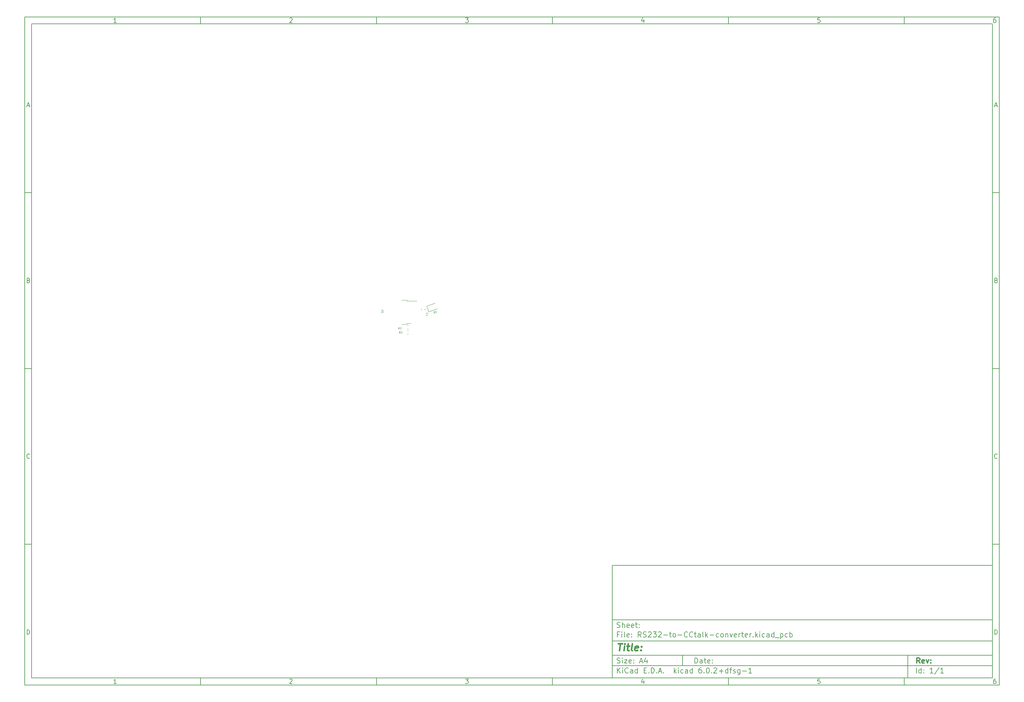
<source format=gbr>
%TF.GenerationSoftware,KiCad,Pcbnew,6.0.2+dfsg-1*%
%TF.CreationDate,2025-02-24T10:06:26+01:00*%
%TF.ProjectId,RS232-to-CCtalk-converter,52533233-322d-4746-9f2d-434374616c6b,rev?*%
%TF.SameCoordinates,Original*%
%TF.FileFunction,Legend,Bot*%
%TF.FilePolarity,Positive*%
%FSLAX46Y46*%
G04 Gerber Fmt 4.6, Leading zero omitted, Abs format (unit mm)*
G04 Created by KiCad (PCBNEW 6.0.2+dfsg-1) date 2025-02-24 10:06:26*
%MOMM*%
%LPD*%
G01*
G04 APERTURE LIST*
%ADD10C,0.100000*%
%ADD11C,0.150000*%
%ADD12C,0.300000*%
%ADD13C,0.400000*%
%ADD14C,0.125000*%
%ADD15C,0.120000*%
G04 APERTURE END LIST*
D10*
D11*
X177002200Y-166007200D02*
X177002200Y-198007200D01*
X285002200Y-198007200D01*
X285002200Y-166007200D01*
X177002200Y-166007200D01*
D10*
D11*
X10000000Y-10000000D02*
X10000000Y-200007200D01*
X287002200Y-200007200D01*
X287002200Y-10000000D01*
X10000000Y-10000000D01*
D10*
D11*
X12000000Y-12000000D02*
X12000000Y-198007200D01*
X285002200Y-198007200D01*
X285002200Y-12000000D01*
X12000000Y-12000000D01*
D10*
D11*
X60000000Y-12000000D02*
X60000000Y-10000000D01*
D10*
D11*
X110000000Y-12000000D02*
X110000000Y-10000000D01*
D10*
D11*
X160000000Y-12000000D02*
X160000000Y-10000000D01*
D10*
D11*
X210000000Y-12000000D02*
X210000000Y-10000000D01*
D10*
D11*
X260000000Y-12000000D02*
X260000000Y-10000000D01*
D10*
D11*
X36065476Y-11588095D02*
X35322619Y-11588095D01*
X35694047Y-11588095D02*
X35694047Y-10288095D01*
X35570238Y-10473809D01*
X35446428Y-10597619D01*
X35322619Y-10659523D01*
D10*
D11*
X85322619Y-10411904D02*
X85384523Y-10350000D01*
X85508333Y-10288095D01*
X85817857Y-10288095D01*
X85941666Y-10350000D01*
X86003571Y-10411904D01*
X86065476Y-10535714D01*
X86065476Y-10659523D01*
X86003571Y-10845238D01*
X85260714Y-11588095D01*
X86065476Y-11588095D01*
D10*
D11*
X135260714Y-10288095D02*
X136065476Y-10288095D01*
X135632142Y-10783333D01*
X135817857Y-10783333D01*
X135941666Y-10845238D01*
X136003571Y-10907142D01*
X136065476Y-11030952D01*
X136065476Y-11340476D01*
X136003571Y-11464285D01*
X135941666Y-11526190D01*
X135817857Y-11588095D01*
X135446428Y-11588095D01*
X135322619Y-11526190D01*
X135260714Y-11464285D01*
D10*
D11*
X185941666Y-10721428D02*
X185941666Y-11588095D01*
X185632142Y-10226190D02*
X185322619Y-11154761D01*
X186127380Y-11154761D01*
D10*
D11*
X236003571Y-10288095D02*
X235384523Y-10288095D01*
X235322619Y-10907142D01*
X235384523Y-10845238D01*
X235508333Y-10783333D01*
X235817857Y-10783333D01*
X235941666Y-10845238D01*
X236003571Y-10907142D01*
X236065476Y-11030952D01*
X236065476Y-11340476D01*
X236003571Y-11464285D01*
X235941666Y-11526190D01*
X235817857Y-11588095D01*
X235508333Y-11588095D01*
X235384523Y-11526190D01*
X235322619Y-11464285D01*
D10*
D11*
X285941666Y-10288095D02*
X285694047Y-10288095D01*
X285570238Y-10350000D01*
X285508333Y-10411904D01*
X285384523Y-10597619D01*
X285322619Y-10845238D01*
X285322619Y-11340476D01*
X285384523Y-11464285D01*
X285446428Y-11526190D01*
X285570238Y-11588095D01*
X285817857Y-11588095D01*
X285941666Y-11526190D01*
X286003571Y-11464285D01*
X286065476Y-11340476D01*
X286065476Y-11030952D01*
X286003571Y-10907142D01*
X285941666Y-10845238D01*
X285817857Y-10783333D01*
X285570238Y-10783333D01*
X285446428Y-10845238D01*
X285384523Y-10907142D01*
X285322619Y-11030952D01*
D10*
D11*
X60000000Y-198007200D02*
X60000000Y-200007200D01*
D10*
D11*
X110000000Y-198007200D02*
X110000000Y-200007200D01*
D10*
D11*
X160000000Y-198007200D02*
X160000000Y-200007200D01*
D10*
D11*
X210000000Y-198007200D02*
X210000000Y-200007200D01*
D10*
D11*
X260000000Y-198007200D02*
X260000000Y-200007200D01*
D10*
D11*
X36065476Y-199595295D02*
X35322619Y-199595295D01*
X35694047Y-199595295D02*
X35694047Y-198295295D01*
X35570238Y-198481009D01*
X35446428Y-198604819D01*
X35322619Y-198666723D01*
D10*
D11*
X85322619Y-198419104D02*
X85384523Y-198357200D01*
X85508333Y-198295295D01*
X85817857Y-198295295D01*
X85941666Y-198357200D01*
X86003571Y-198419104D01*
X86065476Y-198542914D01*
X86065476Y-198666723D01*
X86003571Y-198852438D01*
X85260714Y-199595295D01*
X86065476Y-199595295D01*
D10*
D11*
X135260714Y-198295295D02*
X136065476Y-198295295D01*
X135632142Y-198790533D01*
X135817857Y-198790533D01*
X135941666Y-198852438D01*
X136003571Y-198914342D01*
X136065476Y-199038152D01*
X136065476Y-199347676D01*
X136003571Y-199471485D01*
X135941666Y-199533390D01*
X135817857Y-199595295D01*
X135446428Y-199595295D01*
X135322619Y-199533390D01*
X135260714Y-199471485D01*
D10*
D11*
X185941666Y-198728628D02*
X185941666Y-199595295D01*
X185632142Y-198233390D02*
X185322619Y-199161961D01*
X186127380Y-199161961D01*
D10*
D11*
X236003571Y-198295295D02*
X235384523Y-198295295D01*
X235322619Y-198914342D01*
X235384523Y-198852438D01*
X235508333Y-198790533D01*
X235817857Y-198790533D01*
X235941666Y-198852438D01*
X236003571Y-198914342D01*
X236065476Y-199038152D01*
X236065476Y-199347676D01*
X236003571Y-199471485D01*
X235941666Y-199533390D01*
X235817857Y-199595295D01*
X235508333Y-199595295D01*
X235384523Y-199533390D01*
X235322619Y-199471485D01*
D10*
D11*
X285941666Y-198295295D02*
X285694047Y-198295295D01*
X285570238Y-198357200D01*
X285508333Y-198419104D01*
X285384523Y-198604819D01*
X285322619Y-198852438D01*
X285322619Y-199347676D01*
X285384523Y-199471485D01*
X285446428Y-199533390D01*
X285570238Y-199595295D01*
X285817857Y-199595295D01*
X285941666Y-199533390D01*
X286003571Y-199471485D01*
X286065476Y-199347676D01*
X286065476Y-199038152D01*
X286003571Y-198914342D01*
X285941666Y-198852438D01*
X285817857Y-198790533D01*
X285570238Y-198790533D01*
X285446428Y-198852438D01*
X285384523Y-198914342D01*
X285322619Y-199038152D01*
D10*
D11*
X10000000Y-60000000D02*
X12000000Y-60000000D01*
D10*
D11*
X10000000Y-110000000D02*
X12000000Y-110000000D01*
D10*
D11*
X10000000Y-160000000D02*
X12000000Y-160000000D01*
D10*
D11*
X10690476Y-35216666D02*
X11309523Y-35216666D01*
X10566666Y-35588095D02*
X11000000Y-34288095D01*
X11433333Y-35588095D01*
D10*
D11*
X11092857Y-84907142D02*
X11278571Y-84969047D01*
X11340476Y-85030952D01*
X11402380Y-85154761D01*
X11402380Y-85340476D01*
X11340476Y-85464285D01*
X11278571Y-85526190D01*
X11154761Y-85588095D01*
X10659523Y-85588095D01*
X10659523Y-84288095D01*
X11092857Y-84288095D01*
X11216666Y-84350000D01*
X11278571Y-84411904D01*
X11340476Y-84535714D01*
X11340476Y-84659523D01*
X11278571Y-84783333D01*
X11216666Y-84845238D01*
X11092857Y-84907142D01*
X10659523Y-84907142D01*
D10*
D11*
X11402380Y-135464285D02*
X11340476Y-135526190D01*
X11154761Y-135588095D01*
X11030952Y-135588095D01*
X10845238Y-135526190D01*
X10721428Y-135402380D01*
X10659523Y-135278571D01*
X10597619Y-135030952D01*
X10597619Y-134845238D01*
X10659523Y-134597619D01*
X10721428Y-134473809D01*
X10845238Y-134350000D01*
X11030952Y-134288095D01*
X11154761Y-134288095D01*
X11340476Y-134350000D01*
X11402380Y-134411904D01*
D10*
D11*
X10659523Y-185588095D02*
X10659523Y-184288095D01*
X10969047Y-184288095D01*
X11154761Y-184350000D01*
X11278571Y-184473809D01*
X11340476Y-184597619D01*
X11402380Y-184845238D01*
X11402380Y-185030952D01*
X11340476Y-185278571D01*
X11278571Y-185402380D01*
X11154761Y-185526190D01*
X10969047Y-185588095D01*
X10659523Y-185588095D01*
D10*
D11*
X287002200Y-60000000D02*
X285002200Y-60000000D01*
D10*
D11*
X287002200Y-110000000D02*
X285002200Y-110000000D01*
D10*
D11*
X287002200Y-160000000D02*
X285002200Y-160000000D01*
D10*
D11*
X285692676Y-35216666D02*
X286311723Y-35216666D01*
X285568866Y-35588095D02*
X286002200Y-34288095D01*
X286435533Y-35588095D01*
D10*
D11*
X286095057Y-84907142D02*
X286280771Y-84969047D01*
X286342676Y-85030952D01*
X286404580Y-85154761D01*
X286404580Y-85340476D01*
X286342676Y-85464285D01*
X286280771Y-85526190D01*
X286156961Y-85588095D01*
X285661723Y-85588095D01*
X285661723Y-84288095D01*
X286095057Y-84288095D01*
X286218866Y-84350000D01*
X286280771Y-84411904D01*
X286342676Y-84535714D01*
X286342676Y-84659523D01*
X286280771Y-84783333D01*
X286218866Y-84845238D01*
X286095057Y-84907142D01*
X285661723Y-84907142D01*
D10*
D11*
X286404580Y-135464285D02*
X286342676Y-135526190D01*
X286156961Y-135588095D01*
X286033152Y-135588095D01*
X285847438Y-135526190D01*
X285723628Y-135402380D01*
X285661723Y-135278571D01*
X285599819Y-135030952D01*
X285599819Y-134845238D01*
X285661723Y-134597619D01*
X285723628Y-134473809D01*
X285847438Y-134350000D01*
X286033152Y-134288095D01*
X286156961Y-134288095D01*
X286342676Y-134350000D01*
X286404580Y-134411904D01*
D10*
D11*
X285661723Y-185588095D02*
X285661723Y-184288095D01*
X285971247Y-184288095D01*
X286156961Y-184350000D01*
X286280771Y-184473809D01*
X286342676Y-184597619D01*
X286404580Y-184845238D01*
X286404580Y-185030952D01*
X286342676Y-185278571D01*
X286280771Y-185402380D01*
X286156961Y-185526190D01*
X285971247Y-185588095D01*
X285661723Y-185588095D01*
D10*
D11*
X200434342Y-193785771D02*
X200434342Y-192285771D01*
X200791485Y-192285771D01*
X201005771Y-192357200D01*
X201148628Y-192500057D01*
X201220057Y-192642914D01*
X201291485Y-192928628D01*
X201291485Y-193142914D01*
X201220057Y-193428628D01*
X201148628Y-193571485D01*
X201005771Y-193714342D01*
X200791485Y-193785771D01*
X200434342Y-193785771D01*
X202577200Y-193785771D02*
X202577200Y-193000057D01*
X202505771Y-192857200D01*
X202362914Y-192785771D01*
X202077200Y-192785771D01*
X201934342Y-192857200D01*
X202577200Y-193714342D02*
X202434342Y-193785771D01*
X202077200Y-193785771D01*
X201934342Y-193714342D01*
X201862914Y-193571485D01*
X201862914Y-193428628D01*
X201934342Y-193285771D01*
X202077200Y-193214342D01*
X202434342Y-193214342D01*
X202577200Y-193142914D01*
X203077200Y-192785771D02*
X203648628Y-192785771D01*
X203291485Y-192285771D02*
X203291485Y-193571485D01*
X203362914Y-193714342D01*
X203505771Y-193785771D01*
X203648628Y-193785771D01*
X204720057Y-193714342D02*
X204577200Y-193785771D01*
X204291485Y-193785771D01*
X204148628Y-193714342D01*
X204077200Y-193571485D01*
X204077200Y-193000057D01*
X204148628Y-192857200D01*
X204291485Y-192785771D01*
X204577200Y-192785771D01*
X204720057Y-192857200D01*
X204791485Y-193000057D01*
X204791485Y-193142914D01*
X204077200Y-193285771D01*
X205434342Y-193642914D02*
X205505771Y-193714342D01*
X205434342Y-193785771D01*
X205362914Y-193714342D01*
X205434342Y-193642914D01*
X205434342Y-193785771D01*
X205434342Y-192857200D02*
X205505771Y-192928628D01*
X205434342Y-193000057D01*
X205362914Y-192928628D01*
X205434342Y-192857200D01*
X205434342Y-193000057D01*
D10*
D11*
X177002200Y-194507200D02*
X285002200Y-194507200D01*
D10*
D11*
X178434342Y-196585771D02*
X178434342Y-195085771D01*
X179291485Y-196585771D02*
X178648628Y-195728628D01*
X179291485Y-195085771D02*
X178434342Y-195942914D01*
X179934342Y-196585771D02*
X179934342Y-195585771D01*
X179934342Y-195085771D02*
X179862914Y-195157200D01*
X179934342Y-195228628D01*
X180005771Y-195157200D01*
X179934342Y-195085771D01*
X179934342Y-195228628D01*
X181505771Y-196442914D02*
X181434342Y-196514342D01*
X181220057Y-196585771D01*
X181077200Y-196585771D01*
X180862914Y-196514342D01*
X180720057Y-196371485D01*
X180648628Y-196228628D01*
X180577200Y-195942914D01*
X180577200Y-195728628D01*
X180648628Y-195442914D01*
X180720057Y-195300057D01*
X180862914Y-195157200D01*
X181077200Y-195085771D01*
X181220057Y-195085771D01*
X181434342Y-195157200D01*
X181505771Y-195228628D01*
X182791485Y-196585771D02*
X182791485Y-195800057D01*
X182720057Y-195657200D01*
X182577200Y-195585771D01*
X182291485Y-195585771D01*
X182148628Y-195657200D01*
X182791485Y-196514342D02*
X182648628Y-196585771D01*
X182291485Y-196585771D01*
X182148628Y-196514342D01*
X182077200Y-196371485D01*
X182077200Y-196228628D01*
X182148628Y-196085771D01*
X182291485Y-196014342D01*
X182648628Y-196014342D01*
X182791485Y-195942914D01*
X184148628Y-196585771D02*
X184148628Y-195085771D01*
X184148628Y-196514342D02*
X184005771Y-196585771D01*
X183720057Y-196585771D01*
X183577200Y-196514342D01*
X183505771Y-196442914D01*
X183434342Y-196300057D01*
X183434342Y-195871485D01*
X183505771Y-195728628D01*
X183577200Y-195657200D01*
X183720057Y-195585771D01*
X184005771Y-195585771D01*
X184148628Y-195657200D01*
X186005771Y-195800057D02*
X186505771Y-195800057D01*
X186720057Y-196585771D02*
X186005771Y-196585771D01*
X186005771Y-195085771D01*
X186720057Y-195085771D01*
X187362914Y-196442914D02*
X187434342Y-196514342D01*
X187362914Y-196585771D01*
X187291485Y-196514342D01*
X187362914Y-196442914D01*
X187362914Y-196585771D01*
X188077200Y-196585771D02*
X188077200Y-195085771D01*
X188434342Y-195085771D01*
X188648628Y-195157200D01*
X188791485Y-195300057D01*
X188862914Y-195442914D01*
X188934342Y-195728628D01*
X188934342Y-195942914D01*
X188862914Y-196228628D01*
X188791485Y-196371485D01*
X188648628Y-196514342D01*
X188434342Y-196585771D01*
X188077200Y-196585771D01*
X189577200Y-196442914D02*
X189648628Y-196514342D01*
X189577200Y-196585771D01*
X189505771Y-196514342D01*
X189577200Y-196442914D01*
X189577200Y-196585771D01*
X190220057Y-196157200D02*
X190934342Y-196157200D01*
X190077200Y-196585771D02*
X190577200Y-195085771D01*
X191077200Y-196585771D01*
X191577200Y-196442914D02*
X191648628Y-196514342D01*
X191577200Y-196585771D01*
X191505771Y-196514342D01*
X191577200Y-196442914D01*
X191577200Y-196585771D01*
X194577200Y-196585771D02*
X194577200Y-195085771D01*
X194720057Y-196014342D02*
X195148628Y-196585771D01*
X195148628Y-195585771D02*
X194577200Y-196157200D01*
X195791485Y-196585771D02*
X195791485Y-195585771D01*
X195791485Y-195085771D02*
X195720057Y-195157200D01*
X195791485Y-195228628D01*
X195862914Y-195157200D01*
X195791485Y-195085771D01*
X195791485Y-195228628D01*
X197148628Y-196514342D02*
X197005771Y-196585771D01*
X196720057Y-196585771D01*
X196577200Y-196514342D01*
X196505771Y-196442914D01*
X196434342Y-196300057D01*
X196434342Y-195871485D01*
X196505771Y-195728628D01*
X196577200Y-195657200D01*
X196720057Y-195585771D01*
X197005771Y-195585771D01*
X197148628Y-195657200D01*
X198434342Y-196585771D02*
X198434342Y-195800057D01*
X198362914Y-195657200D01*
X198220057Y-195585771D01*
X197934342Y-195585771D01*
X197791485Y-195657200D01*
X198434342Y-196514342D02*
X198291485Y-196585771D01*
X197934342Y-196585771D01*
X197791485Y-196514342D01*
X197720057Y-196371485D01*
X197720057Y-196228628D01*
X197791485Y-196085771D01*
X197934342Y-196014342D01*
X198291485Y-196014342D01*
X198434342Y-195942914D01*
X199791485Y-196585771D02*
X199791485Y-195085771D01*
X199791485Y-196514342D02*
X199648628Y-196585771D01*
X199362914Y-196585771D01*
X199220057Y-196514342D01*
X199148628Y-196442914D01*
X199077200Y-196300057D01*
X199077200Y-195871485D01*
X199148628Y-195728628D01*
X199220057Y-195657200D01*
X199362914Y-195585771D01*
X199648628Y-195585771D01*
X199791485Y-195657200D01*
X202291485Y-195085771D02*
X202005771Y-195085771D01*
X201862914Y-195157200D01*
X201791485Y-195228628D01*
X201648628Y-195442914D01*
X201577200Y-195728628D01*
X201577200Y-196300057D01*
X201648628Y-196442914D01*
X201720057Y-196514342D01*
X201862914Y-196585771D01*
X202148628Y-196585771D01*
X202291485Y-196514342D01*
X202362914Y-196442914D01*
X202434342Y-196300057D01*
X202434342Y-195942914D01*
X202362914Y-195800057D01*
X202291485Y-195728628D01*
X202148628Y-195657200D01*
X201862914Y-195657200D01*
X201720057Y-195728628D01*
X201648628Y-195800057D01*
X201577200Y-195942914D01*
X203077200Y-196442914D02*
X203148628Y-196514342D01*
X203077200Y-196585771D01*
X203005771Y-196514342D01*
X203077200Y-196442914D01*
X203077200Y-196585771D01*
X204077200Y-195085771D02*
X204220057Y-195085771D01*
X204362914Y-195157200D01*
X204434342Y-195228628D01*
X204505771Y-195371485D01*
X204577200Y-195657200D01*
X204577200Y-196014342D01*
X204505771Y-196300057D01*
X204434342Y-196442914D01*
X204362914Y-196514342D01*
X204220057Y-196585771D01*
X204077200Y-196585771D01*
X203934342Y-196514342D01*
X203862914Y-196442914D01*
X203791485Y-196300057D01*
X203720057Y-196014342D01*
X203720057Y-195657200D01*
X203791485Y-195371485D01*
X203862914Y-195228628D01*
X203934342Y-195157200D01*
X204077200Y-195085771D01*
X205220057Y-196442914D02*
X205291485Y-196514342D01*
X205220057Y-196585771D01*
X205148628Y-196514342D01*
X205220057Y-196442914D01*
X205220057Y-196585771D01*
X205862914Y-195228628D02*
X205934342Y-195157200D01*
X206077200Y-195085771D01*
X206434342Y-195085771D01*
X206577200Y-195157200D01*
X206648628Y-195228628D01*
X206720057Y-195371485D01*
X206720057Y-195514342D01*
X206648628Y-195728628D01*
X205791485Y-196585771D01*
X206720057Y-196585771D01*
X207362914Y-196014342D02*
X208505771Y-196014342D01*
X207934342Y-196585771D02*
X207934342Y-195442914D01*
X209862914Y-196585771D02*
X209862914Y-195085771D01*
X209862914Y-196514342D02*
X209720057Y-196585771D01*
X209434342Y-196585771D01*
X209291485Y-196514342D01*
X209220057Y-196442914D01*
X209148628Y-196300057D01*
X209148628Y-195871485D01*
X209220057Y-195728628D01*
X209291485Y-195657200D01*
X209434342Y-195585771D01*
X209720057Y-195585771D01*
X209862914Y-195657200D01*
X210362914Y-195585771D02*
X210934342Y-195585771D01*
X210577200Y-196585771D02*
X210577200Y-195300057D01*
X210648628Y-195157200D01*
X210791485Y-195085771D01*
X210934342Y-195085771D01*
X211362914Y-196514342D02*
X211505771Y-196585771D01*
X211791485Y-196585771D01*
X211934342Y-196514342D01*
X212005771Y-196371485D01*
X212005771Y-196300057D01*
X211934342Y-196157200D01*
X211791485Y-196085771D01*
X211577200Y-196085771D01*
X211434342Y-196014342D01*
X211362914Y-195871485D01*
X211362914Y-195800057D01*
X211434342Y-195657200D01*
X211577200Y-195585771D01*
X211791485Y-195585771D01*
X211934342Y-195657200D01*
X213291485Y-195585771D02*
X213291485Y-196800057D01*
X213220057Y-196942914D01*
X213148628Y-197014342D01*
X213005771Y-197085771D01*
X212791485Y-197085771D01*
X212648628Y-197014342D01*
X213291485Y-196514342D02*
X213148628Y-196585771D01*
X212862914Y-196585771D01*
X212720057Y-196514342D01*
X212648628Y-196442914D01*
X212577200Y-196300057D01*
X212577200Y-195871485D01*
X212648628Y-195728628D01*
X212720057Y-195657200D01*
X212862914Y-195585771D01*
X213148628Y-195585771D01*
X213291485Y-195657200D01*
X214005771Y-196014342D02*
X215148628Y-196014342D01*
X216648628Y-196585771D02*
X215791485Y-196585771D01*
X216220057Y-196585771D02*
X216220057Y-195085771D01*
X216077200Y-195300057D01*
X215934342Y-195442914D01*
X215791485Y-195514342D01*
D10*
D11*
X177002200Y-191507200D02*
X285002200Y-191507200D01*
D10*
D12*
X264411485Y-193785771D02*
X263911485Y-193071485D01*
X263554342Y-193785771D02*
X263554342Y-192285771D01*
X264125771Y-192285771D01*
X264268628Y-192357200D01*
X264340057Y-192428628D01*
X264411485Y-192571485D01*
X264411485Y-192785771D01*
X264340057Y-192928628D01*
X264268628Y-193000057D01*
X264125771Y-193071485D01*
X263554342Y-193071485D01*
X265625771Y-193714342D02*
X265482914Y-193785771D01*
X265197200Y-193785771D01*
X265054342Y-193714342D01*
X264982914Y-193571485D01*
X264982914Y-193000057D01*
X265054342Y-192857200D01*
X265197200Y-192785771D01*
X265482914Y-192785771D01*
X265625771Y-192857200D01*
X265697200Y-193000057D01*
X265697200Y-193142914D01*
X264982914Y-193285771D01*
X266197200Y-192785771D02*
X266554342Y-193785771D01*
X266911485Y-192785771D01*
X267482914Y-193642914D02*
X267554342Y-193714342D01*
X267482914Y-193785771D01*
X267411485Y-193714342D01*
X267482914Y-193642914D01*
X267482914Y-193785771D01*
X267482914Y-192857200D02*
X267554342Y-192928628D01*
X267482914Y-193000057D01*
X267411485Y-192928628D01*
X267482914Y-192857200D01*
X267482914Y-193000057D01*
D10*
D11*
X178362914Y-193714342D02*
X178577200Y-193785771D01*
X178934342Y-193785771D01*
X179077200Y-193714342D01*
X179148628Y-193642914D01*
X179220057Y-193500057D01*
X179220057Y-193357200D01*
X179148628Y-193214342D01*
X179077200Y-193142914D01*
X178934342Y-193071485D01*
X178648628Y-193000057D01*
X178505771Y-192928628D01*
X178434342Y-192857200D01*
X178362914Y-192714342D01*
X178362914Y-192571485D01*
X178434342Y-192428628D01*
X178505771Y-192357200D01*
X178648628Y-192285771D01*
X179005771Y-192285771D01*
X179220057Y-192357200D01*
X179862914Y-193785771D02*
X179862914Y-192785771D01*
X179862914Y-192285771D02*
X179791485Y-192357200D01*
X179862914Y-192428628D01*
X179934342Y-192357200D01*
X179862914Y-192285771D01*
X179862914Y-192428628D01*
X180434342Y-192785771D02*
X181220057Y-192785771D01*
X180434342Y-193785771D01*
X181220057Y-193785771D01*
X182362914Y-193714342D02*
X182220057Y-193785771D01*
X181934342Y-193785771D01*
X181791485Y-193714342D01*
X181720057Y-193571485D01*
X181720057Y-193000057D01*
X181791485Y-192857200D01*
X181934342Y-192785771D01*
X182220057Y-192785771D01*
X182362914Y-192857200D01*
X182434342Y-193000057D01*
X182434342Y-193142914D01*
X181720057Y-193285771D01*
X183077200Y-193642914D02*
X183148628Y-193714342D01*
X183077200Y-193785771D01*
X183005771Y-193714342D01*
X183077200Y-193642914D01*
X183077200Y-193785771D01*
X183077200Y-192857200D02*
X183148628Y-192928628D01*
X183077200Y-193000057D01*
X183005771Y-192928628D01*
X183077200Y-192857200D01*
X183077200Y-193000057D01*
X184862914Y-193357200D02*
X185577200Y-193357200D01*
X184720057Y-193785771D02*
X185220057Y-192285771D01*
X185720057Y-193785771D01*
X186862914Y-192785771D02*
X186862914Y-193785771D01*
X186505771Y-192214342D02*
X186148628Y-193285771D01*
X187077200Y-193285771D01*
D10*
D11*
X263434342Y-196585771D02*
X263434342Y-195085771D01*
X264791485Y-196585771D02*
X264791485Y-195085771D01*
X264791485Y-196514342D02*
X264648628Y-196585771D01*
X264362914Y-196585771D01*
X264220057Y-196514342D01*
X264148628Y-196442914D01*
X264077200Y-196300057D01*
X264077200Y-195871485D01*
X264148628Y-195728628D01*
X264220057Y-195657200D01*
X264362914Y-195585771D01*
X264648628Y-195585771D01*
X264791485Y-195657200D01*
X265505771Y-196442914D02*
X265577200Y-196514342D01*
X265505771Y-196585771D01*
X265434342Y-196514342D01*
X265505771Y-196442914D01*
X265505771Y-196585771D01*
X265505771Y-195657200D02*
X265577200Y-195728628D01*
X265505771Y-195800057D01*
X265434342Y-195728628D01*
X265505771Y-195657200D01*
X265505771Y-195800057D01*
X268148628Y-196585771D02*
X267291485Y-196585771D01*
X267720057Y-196585771D02*
X267720057Y-195085771D01*
X267577200Y-195300057D01*
X267434342Y-195442914D01*
X267291485Y-195514342D01*
X269862914Y-195014342D02*
X268577200Y-196942914D01*
X271148628Y-196585771D02*
X270291485Y-196585771D01*
X270720057Y-196585771D02*
X270720057Y-195085771D01*
X270577200Y-195300057D01*
X270434342Y-195442914D01*
X270291485Y-195514342D01*
D10*
D11*
X177002200Y-187507200D02*
X285002200Y-187507200D01*
D10*
D13*
X178714580Y-188211961D02*
X179857438Y-188211961D01*
X179036009Y-190211961D02*
X179286009Y-188211961D01*
X180274104Y-190211961D02*
X180440771Y-188878628D01*
X180524104Y-188211961D02*
X180416961Y-188307200D01*
X180500295Y-188402438D01*
X180607438Y-188307200D01*
X180524104Y-188211961D01*
X180500295Y-188402438D01*
X181107438Y-188878628D02*
X181869342Y-188878628D01*
X181476485Y-188211961D02*
X181262200Y-189926247D01*
X181333628Y-190116723D01*
X181512200Y-190211961D01*
X181702676Y-190211961D01*
X182655057Y-190211961D02*
X182476485Y-190116723D01*
X182405057Y-189926247D01*
X182619342Y-188211961D01*
X184190771Y-190116723D02*
X183988390Y-190211961D01*
X183607438Y-190211961D01*
X183428866Y-190116723D01*
X183357438Y-189926247D01*
X183452676Y-189164342D01*
X183571723Y-188973866D01*
X183774104Y-188878628D01*
X184155057Y-188878628D01*
X184333628Y-188973866D01*
X184405057Y-189164342D01*
X184381247Y-189354819D01*
X183405057Y-189545295D01*
X185155057Y-190021485D02*
X185238390Y-190116723D01*
X185131247Y-190211961D01*
X185047914Y-190116723D01*
X185155057Y-190021485D01*
X185131247Y-190211961D01*
X185286009Y-188973866D02*
X185369342Y-189069104D01*
X185262200Y-189164342D01*
X185178866Y-189069104D01*
X185286009Y-188973866D01*
X185262200Y-189164342D01*
D10*
D11*
X178934342Y-185600057D02*
X178434342Y-185600057D01*
X178434342Y-186385771D02*
X178434342Y-184885771D01*
X179148628Y-184885771D01*
X179720057Y-186385771D02*
X179720057Y-185385771D01*
X179720057Y-184885771D02*
X179648628Y-184957200D01*
X179720057Y-185028628D01*
X179791485Y-184957200D01*
X179720057Y-184885771D01*
X179720057Y-185028628D01*
X180648628Y-186385771D02*
X180505771Y-186314342D01*
X180434342Y-186171485D01*
X180434342Y-184885771D01*
X181791485Y-186314342D02*
X181648628Y-186385771D01*
X181362914Y-186385771D01*
X181220057Y-186314342D01*
X181148628Y-186171485D01*
X181148628Y-185600057D01*
X181220057Y-185457200D01*
X181362914Y-185385771D01*
X181648628Y-185385771D01*
X181791485Y-185457200D01*
X181862914Y-185600057D01*
X181862914Y-185742914D01*
X181148628Y-185885771D01*
X182505771Y-186242914D02*
X182577200Y-186314342D01*
X182505771Y-186385771D01*
X182434342Y-186314342D01*
X182505771Y-186242914D01*
X182505771Y-186385771D01*
X182505771Y-185457200D02*
X182577200Y-185528628D01*
X182505771Y-185600057D01*
X182434342Y-185528628D01*
X182505771Y-185457200D01*
X182505771Y-185600057D01*
X185220057Y-186385771D02*
X184720057Y-185671485D01*
X184362914Y-186385771D02*
X184362914Y-184885771D01*
X184934342Y-184885771D01*
X185077200Y-184957200D01*
X185148628Y-185028628D01*
X185220057Y-185171485D01*
X185220057Y-185385771D01*
X185148628Y-185528628D01*
X185077200Y-185600057D01*
X184934342Y-185671485D01*
X184362914Y-185671485D01*
X185791485Y-186314342D02*
X186005771Y-186385771D01*
X186362914Y-186385771D01*
X186505771Y-186314342D01*
X186577200Y-186242914D01*
X186648628Y-186100057D01*
X186648628Y-185957200D01*
X186577200Y-185814342D01*
X186505771Y-185742914D01*
X186362914Y-185671485D01*
X186077200Y-185600057D01*
X185934342Y-185528628D01*
X185862914Y-185457200D01*
X185791485Y-185314342D01*
X185791485Y-185171485D01*
X185862914Y-185028628D01*
X185934342Y-184957200D01*
X186077200Y-184885771D01*
X186434342Y-184885771D01*
X186648628Y-184957200D01*
X187220057Y-185028628D02*
X187291485Y-184957200D01*
X187434342Y-184885771D01*
X187791485Y-184885771D01*
X187934342Y-184957200D01*
X188005771Y-185028628D01*
X188077200Y-185171485D01*
X188077200Y-185314342D01*
X188005771Y-185528628D01*
X187148628Y-186385771D01*
X188077200Y-186385771D01*
X188577200Y-184885771D02*
X189505771Y-184885771D01*
X189005771Y-185457200D01*
X189220057Y-185457200D01*
X189362914Y-185528628D01*
X189434342Y-185600057D01*
X189505771Y-185742914D01*
X189505771Y-186100057D01*
X189434342Y-186242914D01*
X189362914Y-186314342D01*
X189220057Y-186385771D01*
X188791485Y-186385771D01*
X188648628Y-186314342D01*
X188577200Y-186242914D01*
X190077200Y-185028628D02*
X190148628Y-184957200D01*
X190291485Y-184885771D01*
X190648628Y-184885771D01*
X190791485Y-184957200D01*
X190862914Y-185028628D01*
X190934342Y-185171485D01*
X190934342Y-185314342D01*
X190862914Y-185528628D01*
X190005771Y-186385771D01*
X190934342Y-186385771D01*
X191577200Y-185814342D02*
X192720057Y-185814342D01*
X193220057Y-185385771D02*
X193791485Y-185385771D01*
X193434342Y-184885771D02*
X193434342Y-186171485D01*
X193505771Y-186314342D01*
X193648628Y-186385771D01*
X193791485Y-186385771D01*
X194505771Y-186385771D02*
X194362914Y-186314342D01*
X194291485Y-186242914D01*
X194220057Y-186100057D01*
X194220057Y-185671485D01*
X194291485Y-185528628D01*
X194362914Y-185457200D01*
X194505771Y-185385771D01*
X194720057Y-185385771D01*
X194862914Y-185457200D01*
X194934342Y-185528628D01*
X195005771Y-185671485D01*
X195005771Y-186100057D01*
X194934342Y-186242914D01*
X194862914Y-186314342D01*
X194720057Y-186385771D01*
X194505771Y-186385771D01*
X195648628Y-185814342D02*
X196791485Y-185814342D01*
X198362914Y-186242914D02*
X198291485Y-186314342D01*
X198077200Y-186385771D01*
X197934342Y-186385771D01*
X197720057Y-186314342D01*
X197577200Y-186171485D01*
X197505771Y-186028628D01*
X197434342Y-185742914D01*
X197434342Y-185528628D01*
X197505771Y-185242914D01*
X197577200Y-185100057D01*
X197720057Y-184957200D01*
X197934342Y-184885771D01*
X198077200Y-184885771D01*
X198291485Y-184957200D01*
X198362914Y-185028628D01*
X199862914Y-186242914D02*
X199791485Y-186314342D01*
X199577200Y-186385771D01*
X199434342Y-186385771D01*
X199220057Y-186314342D01*
X199077200Y-186171485D01*
X199005771Y-186028628D01*
X198934342Y-185742914D01*
X198934342Y-185528628D01*
X199005771Y-185242914D01*
X199077200Y-185100057D01*
X199220057Y-184957200D01*
X199434342Y-184885771D01*
X199577200Y-184885771D01*
X199791485Y-184957200D01*
X199862914Y-185028628D01*
X200291485Y-185385771D02*
X200862914Y-185385771D01*
X200505771Y-184885771D02*
X200505771Y-186171485D01*
X200577200Y-186314342D01*
X200720057Y-186385771D01*
X200862914Y-186385771D01*
X202005771Y-186385771D02*
X202005771Y-185600057D01*
X201934342Y-185457200D01*
X201791485Y-185385771D01*
X201505771Y-185385771D01*
X201362914Y-185457200D01*
X202005771Y-186314342D02*
X201862914Y-186385771D01*
X201505771Y-186385771D01*
X201362914Y-186314342D01*
X201291485Y-186171485D01*
X201291485Y-186028628D01*
X201362914Y-185885771D01*
X201505771Y-185814342D01*
X201862914Y-185814342D01*
X202005771Y-185742914D01*
X202934342Y-186385771D02*
X202791485Y-186314342D01*
X202720057Y-186171485D01*
X202720057Y-184885771D01*
X203505771Y-186385771D02*
X203505771Y-184885771D01*
X203648628Y-185814342D02*
X204077200Y-186385771D01*
X204077200Y-185385771D02*
X203505771Y-185957200D01*
X204720057Y-185814342D02*
X205862914Y-185814342D01*
X207220057Y-186314342D02*
X207077200Y-186385771D01*
X206791485Y-186385771D01*
X206648628Y-186314342D01*
X206577200Y-186242914D01*
X206505771Y-186100057D01*
X206505771Y-185671485D01*
X206577200Y-185528628D01*
X206648628Y-185457200D01*
X206791485Y-185385771D01*
X207077200Y-185385771D01*
X207220057Y-185457200D01*
X208077200Y-186385771D02*
X207934342Y-186314342D01*
X207862914Y-186242914D01*
X207791485Y-186100057D01*
X207791485Y-185671485D01*
X207862914Y-185528628D01*
X207934342Y-185457200D01*
X208077200Y-185385771D01*
X208291485Y-185385771D01*
X208434342Y-185457200D01*
X208505771Y-185528628D01*
X208577200Y-185671485D01*
X208577200Y-186100057D01*
X208505771Y-186242914D01*
X208434342Y-186314342D01*
X208291485Y-186385771D01*
X208077200Y-186385771D01*
X209220057Y-185385771D02*
X209220057Y-186385771D01*
X209220057Y-185528628D02*
X209291485Y-185457200D01*
X209434342Y-185385771D01*
X209648628Y-185385771D01*
X209791485Y-185457200D01*
X209862914Y-185600057D01*
X209862914Y-186385771D01*
X210434342Y-185385771D02*
X210791485Y-186385771D01*
X211148628Y-185385771D01*
X212291485Y-186314342D02*
X212148628Y-186385771D01*
X211862914Y-186385771D01*
X211720057Y-186314342D01*
X211648628Y-186171485D01*
X211648628Y-185600057D01*
X211720057Y-185457200D01*
X211862914Y-185385771D01*
X212148628Y-185385771D01*
X212291485Y-185457200D01*
X212362914Y-185600057D01*
X212362914Y-185742914D01*
X211648628Y-185885771D01*
X213005771Y-186385771D02*
X213005771Y-185385771D01*
X213005771Y-185671485D02*
X213077200Y-185528628D01*
X213148628Y-185457200D01*
X213291485Y-185385771D01*
X213434342Y-185385771D01*
X213720057Y-185385771D02*
X214291485Y-185385771D01*
X213934342Y-184885771D02*
X213934342Y-186171485D01*
X214005771Y-186314342D01*
X214148628Y-186385771D01*
X214291485Y-186385771D01*
X215362914Y-186314342D02*
X215220057Y-186385771D01*
X214934342Y-186385771D01*
X214791485Y-186314342D01*
X214720057Y-186171485D01*
X214720057Y-185600057D01*
X214791485Y-185457200D01*
X214934342Y-185385771D01*
X215220057Y-185385771D01*
X215362914Y-185457200D01*
X215434342Y-185600057D01*
X215434342Y-185742914D01*
X214720057Y-185885771D01*
X216077200Y-186385771D02*
X216077200Y-185385771D01*
X216077200Y-185671485D02*
X216148628Y-185528628D01*
X216220057Y-185457200D01*
X216362914Y-185385771D01*
X216505771Y-185385771D01*
X217005771Y-186242914D02*
X217077200Y-186314342D01*
X217005771Y-186385771D01*
X216934342Y-186314342D01*
X217005771Y-186242914D01*
X217005771Y-186385771D01*
X217720057Y-186385771D02*
X217720057Y-184885771D01*
X217862914Y-185814342D02*
X218291485Y-186385771D01*
X218291485Y-185385771D02*
X217720057Y-185957200D01*
X218934342Y-186385771D02*
X218934342Y-185385771D01*
X218934342Y-184885771D02*
X218862914Y-184957200D01*
X218934342Y-185028628D01*
X219005771Y-184957200D01*
X218934342Y-184885771D01*
X218934342Y-185028628D01*
X220291485Y-186314342D02*
X220148628Y-186385771D01*
X219862914Y-186385771D01*
X219720057Y-186314342D01*
X219648628Y-186242914D01*
X219577200Y-186100057D01*
X219577200Y-185671485D01*
X219648628Y-185528628D01*
X219720057Y-185457200D01*
X219862914Y-185385771D01*
X220148628Y-185385771D01*
X220291485Y-185457200D01*
X221577200Y-186385771D02*
X221577200Y-185600057D01*
X221505771Y-185457200D01*
X221362914Y-185385771D01*
X221077200Y-185385771D01*
X220934342Y-185457200D01*
X221577200Y-186314342D02*
X221434342Y-186385771D01*
X221077200Y-186385771D01*
X220934342Y-186314342D01*
X220862914Y-186171485D01*
X220862914Y-186028628D01*
X220934342Y-185885771D01*
X221077200Y-185814342D01*
X221434342Y-185814342D01*
X221577200Y-185742914D01*
X222934342Y-186385771D02*
X222934342Y-184885771D01*
X222934342Y-186314342D02*
X222791485Y-186385771D01*
X222505771Y-186385771D01*
X222362914Y-186314342D01*
X222291485Y-186242914D01*
X222220057Y-186100057D01*
X222220057Y-185671485D01*
X222291485Y-185528628D01*
X222362914Y-185457200D01*
X222505771Y-185385771D01*
X222791485Y-185385771D01*
X222934342Y-185457200D01*
X223291485Y-186528628D02*
X224434342Y-186528628D01*
X224791485Y-185385771D02*
X224791485Y-186885771D01*
X224791485Y-185457200D02*
X224934342Y-185385771D01*
X225220057Y-185385771D01*
X225362914Y-185457200D01*
X225434342Y-185528628D01*
X225505771Y-185671485D01*
X225505771Y-186100057D01*
X225434342Y-186242914D01*
X225362914Y-186314342D01*
X225220057Y-186385771D01*
X224934342Y-186385771D01*
X224791485Y-186314342D01*
X226791485Y-186314342D02*
X226648628Y-186385771D01*
X226362914Y-186385771D01*
X226220057Y-186314342D01*
X226148628Y-186242914D01*
X226077200Y-186100057D01*
X226077200Y-185671485D01*
X226148628Y-185528628D01*
X226220057Y-185457200D01*
X226362914Y-185385771D01*
X226648628Y-185385771D01*
X226791485Y-185457200D01*
X227434342Y-186385771D02*
X227434342Y-184885771D01*
X227434342Y-185457200D02*
X227577200Y-185385771D01*
X227862914Y-185385771D01*
X228005771Y-185457200D01*
X228077200Y-185528628D01*
X228148628Y-185671485D01*
X228148628Y-186100057D01*
X228077200Y-186242914D01*
X228005771Y-186314342D01*
X227862914Y-186385771D01*
X227577200Y-186385771D01*
X227434342Y-186314342D01*
D10*
D11*
X177002200Y-181507200D02*
X285002200Y-181507200D01*
D10*
D11*
X178362914Y-183614342D02*
X178577200Y-183685771D01*
X178934342Y-183685771D01*
X179077200Y-183614342D01*
X179148628Y-183542914D01*
X179220057Y-183400057D01*
X179220057Y-183257200D01*
X179148628Y-183114342D01*
X179077200Y-183042914D01*
X178934342Y-182971485D01*
X178648628Y-182900057D01*
X178505771Y-182828628D01*
X178434342Y-182757200D01*
X178362914Y-182614342D01*
X178362914Y-182471485D01*
X178434342Y-182328628D01*
X178505771Y-182257200D01*
X178648628Y-182185771D01*
X179005771Y-182185771D01*
X179220057Y-182257200D01*
X179862914Y-183685771D02*
X179862914Y-182185771D01*
X180505771Y-183685771D02*
X180505771Y-182900057D01*
X180434342Y-182757200D01*
X180291485Y-182685771D01*
X180077200Y-182685771D01*
X179934342Y-182757200D01*
X179862914Y-182828628D01*
X181791485Y-183614342D02*
X181648628Y-183685771D01*
X181362914Y-183685771D01*
X181220057Y-183614342D01*
X181148628Y-183471485D01*
X181148628Y-182900057D01*
X181220057Y-182757200D01*
X181362914Y-182685771D01*
X181648628Y-182685771D01*
X181791485Y-182757200D01*
X181862914Y-182900057D01*
X181862914Y-183042914D01*
X181148628Y-183185771D01*
X183077200Y-183614342D02*
X182934342Y-183685771D01*
X182648628Y-183685771D01*
X182505771Y-183614342D01*
X182434342Y-183471485D01*
X182434342Y-182900057D01*
X182505771Y-182757200D01*
X182648628Y-182685771D01*
X182934342Y-182685771D01*
X183077200Y-182757200D01*
X183148628Y-182900057D01*
X183148628Y-183042914D01*
X182434342Y-183185771D01*
X183577200Y-182685771D02*
X184148628Y-182685771D01*
X183791485Y-182185771D02*
X183791485Y-183471485D01*
X183862914Y-183614342D01*
X184005771Y-183685771D01*
X184148628Y-183685771D01*
X184648628Y-183542914D02*
X184720057Y-183614342D01*
X184648628Y-183685771D01*
X184577200Y-183614342D01*
X184648628Y-183542914D01*
X184648628Y-183685771D01*
X184648628Y-182757200D02*
X184720057Y-182828628D01*
X184648628Y-182900057D01*
X184577200Y-182828628D01*
X184648628Y-182757200D01*
X184648628Y-182900057D01*
D10*
D12*
D10*
D11*
D10*
D11*
D10*
D11*
D10*
D11*
D10*
D11*
X197002200Y-191507200D02*
X197002200Y-194507200D01*
D10*
D11*
X261002200Y-191507200D02*
X261002200Y-198007200D01*
D14*
%TO.C,C8*%
X116935133Y-99920171D02*
X116958942Y-99943980D01*
X117030371Y-99967790D01*
X117077990Y-99967790D01*
X117149419Y-99943980D01*
X117197038Y-99896361D01*
X117220847Y-99848742D01*
X117244657Y-99753504D01*
X117244657Y-99682076D01*
X117220847Y-99586838D01*
X117197038Y-99539219D01*
X117149419Y-99491600D01*
X117077990Y-99467790D01*
X117030371Y-99467790D01*
X116958942Y-99491600D01*
X116935133Y-99515409D01*
X116649419Y-99682076D02*
X116697038Y-99658266D01*
X116720847Y-99634457D01*
X116744657Y-99586838D01*
X116744657Y-99563028D01*
X116720847Y-99515409D01*
X116697038Y-99491600D01*
X116649419Y-99467790D01*
X116554180Y-99467790D01*
X116506561Y-99491600D01*
X116482752Y-99515409D01*
X116458942Y-99563028D01*
X116458942Y-99586838D01*
X116482752Y-99634457D01*
X116506561Y-99658266D01*
X116554180Y-99682076D01*
X116649419Y-99682076D01*
X116697038Y-99705885D01*
X116720847Y-99729695D01*
X116744657Y-99777314D01*
X116744657Y-99872552D01*
X116720847Y-99920171D01*
X116697038Y-99943980D01*
X116649419Y-99967790D01*
X116554180Y-99967790D01*
X116506561Y-99943980D01*
X116482752Y-99920171D01*
X116458942Y-99872552D01*
X116458942Y-99777314D01*
X116482752Y-99729695D01*
X116506561Y-99705885D01*
X116554180Y-99682076D01*
%TO.C,C9*%
X116678733Y-98740971D02*
X116702542Y-98764780D01*
X116773971Y-98788590D01*
X116821590Y-98788590D01*
X116893019Y-98764780D01*
X116940638Y-98717161D01*
X116964447Y-98669542D01*
X116988257Y-98574304D01*
X116988257Y-98502876D01*
X116964447Y-98407638D01*
X116940638Y-98360019D01*
X116893019Y-98312400D01*
X116821590Y-98288590D01*
X116773971Y-98288590D01*
X116702542Y-98312400D01*
X116678733Y-98336209D01*
X116440638Y-98788590D02*
X116345400Y-98788590D01*
X116297780Y-98764780D01*
X116273971Y-98740971D01*
X116226352Y-98669542D01*
X116202542Y-98574304D01*
X116202542Y-98383828D01*
X116226352Y-98336209D01*
X116250161Y-98312400D01*
X116297780Y-98288590D01*
X116393019Y-98288590D01*
X116440638Y-98312400D01*
X116464447Y-98336209D01*
X116488257Y-98383828D01*
X116488257Y-98502876D01*
X116464447Y-98550495D01*
X116440638Y-98574304D01*
X116393019Y-98598114D01*
X116297780Y-98598114D01*
X116250161Y-98574304D01*
X116226352Y-98550495D01*
X116202542Y-98502876D01*
%TO.C,C7*%
X124542571Y-94466666D02*
X124566380Y-94442857D01*
X124590190Y-94371428D01*
X124590190Y-94323809D01*
X124566380Y-94252380D01*
X124518761Y-94204761D01*
X124471142Y-94180952D01*
X124375904Y-94157142D01*
X124304476Y-94157142D01*
X124209238Y-94180952D01*
X124161619Y-94204761D01*
X124114000Y-94252380D01*
X124090190Y-94323809D01*
X124090190Y-94371428D01*
X124114000Y-94442857D01*
X124137809Y-94466666D01*
X124090190Y-94633333D02*
X124090190Y-94966666D01*
X124590190Y-94752380D01*
%TO.C,U2*%
X111339390Y-93314047D02*
X111744152Y-93314047D01*
X111791771Y-93337857D01*
X111815580Y-93361666D01*
X111839390Y-93409285D01*
X111839390Y-93504523D01*
X111815580Y-93552142D01*
X111791771Y-93575952D01*
X111744152Y-93599761D01*
X111339390Y-93599761D01*
X111387009Y-93814047D02*
X111363200Y-93837857D01*
X111339390Y-93885476D01*
X111339390Y-94004523D01*
X111363200Y-94052142D01*
X111387009Y-94075952D01*
X111434628Y-94099761D01*
X111482247Y-94099761D01*
X111553676Y-94075952D01*
X111839390Y-93790238D01*
X111839390Y-94099761D01*
%TO.C,D2*%
X127074153Y-94036327D02*
X126903142Y-93566481D01*
X126791274Y-93607198D01*
X126732297Y-93654001D01*
X126703836Y-93715035D01*
X126697749Y-93767926D01*
X126707949Y-93865564D01*
X126732379Y-93932685D01*
X126787326Y-94014036D01*
X126825986Y-94050640D01*
X126887020Y-94079100D01*
X126962284Y-94077044D01*
X127074153Y-94036327D01*
X126471956Y-93774095D02*
X126441439Y-93759865D01*
X126388549Y-93753778D01*
X126276681Y-93794494D01*
X126240077Y-93833155D01*
X126225846Y-93863672D01*
X126219760Y-93916562D01*
X126236046Y-93961310D01*
X126282850Y-94020287D01*
X126649053Y-94191051D01*
X126358196Y-94296914D01*
D15*
%TO.C,C8*%
X118990580Y-99240000D02*
X118709420Y-99240000D01*
X118990580Y-100260000D02*
X118709420Y-100260000D01*
%TO.C,C9*%
X118990580Y-97740000D02*
X118709420Y-97740000D01*
X118990580Y-98760000D02*
X118709420Y-98760000D01*
%TO.C,C7*%
X122690000Y-93034420D02*
X122690000Y-93315580D01*
X123710000Y-93034420D02*
X123710000Y-93315580D01*
%TO.C,U2*%
X118620000Y-97155000D02*
X119720000Y-97155000D01*
X117120000Y-97425000D02*
X118620000Y-97425000D01*
X118620000Y-90525000D02*
X118620000Y-90795000D01*
X118620000Y-97425000D02*
X118620000Y-97155000D01*
X118620000Y-90795000D02*
X121450000Y-90795000D01*
X117120000Y-90525000D02*
X118620000Y-90525000D01*
%TO.C,D2*%
X124814378Y-93843969D02*
X124232944Y-92246491D01*
X124232944Y-92246491D02*
X126629160Y-91374340D01*
X124814378Y-93843969D02*
X127210594Y-92971818D01*
%TD*%
M02*

</source>
